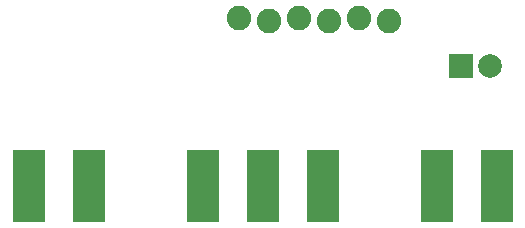
<source format=gbs>
G04 #@! TF.FileFunction,Soldermask,Bot*
%FSLAX46Y46*%
G04 Gerber Fmt 4.6, Leading zero omitted, Abs format (unit mm)*
G04 Created by KiCad (PCBNEW 4.0.7) date 10/21/18 23:31:01*
%MOMM*%
%LPD*%
G01*
G04 APERTURE LIST*
%ADD10C,0.100000*%
%ADD11C,2.082800*%
%ADD12R,2.000000X2.000000*%
%ADD13C,2.000000*%
%ADD14R,2.743200X6.202680*%
G04 APERTURE END LIST*
D10*
D11*
X83502500Y-103632000D03*
X86042500Y-103886000D03*
X88582500Y-103632000D03*
X91122500Y-103886000D03*
X93662500Y-103632000D03*
X96202500Y-103886000D03*
D12*
X102298500Y-107696000D03*
D13*
X104798500Y-107696000D03*
D14*
X70802500Y-117856000D03*
X65722500Y-117856000D03*
X100266500Y-117856000D03*
X105346500Y-117856000D03*
X90614500Y-117856000D03*
X85534500Y-117856000D03*
X80454500Y-117856000D03*
M02*

</source>
